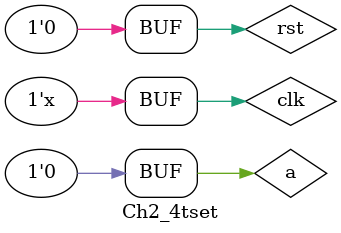
<source format=v>
`timescale 1ns / 1ps
module Ch2_4tset;

	// Inputs
	reg clk;
	reg rst;
	reg a;

	// Outputs
	wire b;
//	wire a1;
//	wire a2;
//	wire a3;
//	wire a4;
//	wire a5;

	// Instantiate the Unit Under Test (UUT)
	Ch2_4 uut (
		.clk(clk), 
		.rst(rst), 
		.a(a), 
		.b(b)
//		, 
//		.a1(a1), 
//		.a2(a2), 
//		.a3(a3), 
//		.a4(a4), 
//		.a5(a5)
	);

	initial begin
		// Initialize Inputs
		clk = 0;
		rst = 0;
		a = 0;

		// Wait 100 ns for global reset to finish
		#20;
		#20 rst = 1;
		#20 rst = 0;
		#20;
		#20 a = 1;
		#20 a = 0;
		#20;
		#20;
        
		// Add stimulus here
	end

   always
       #20 clk = ~clk;	
endmodule


</source>
